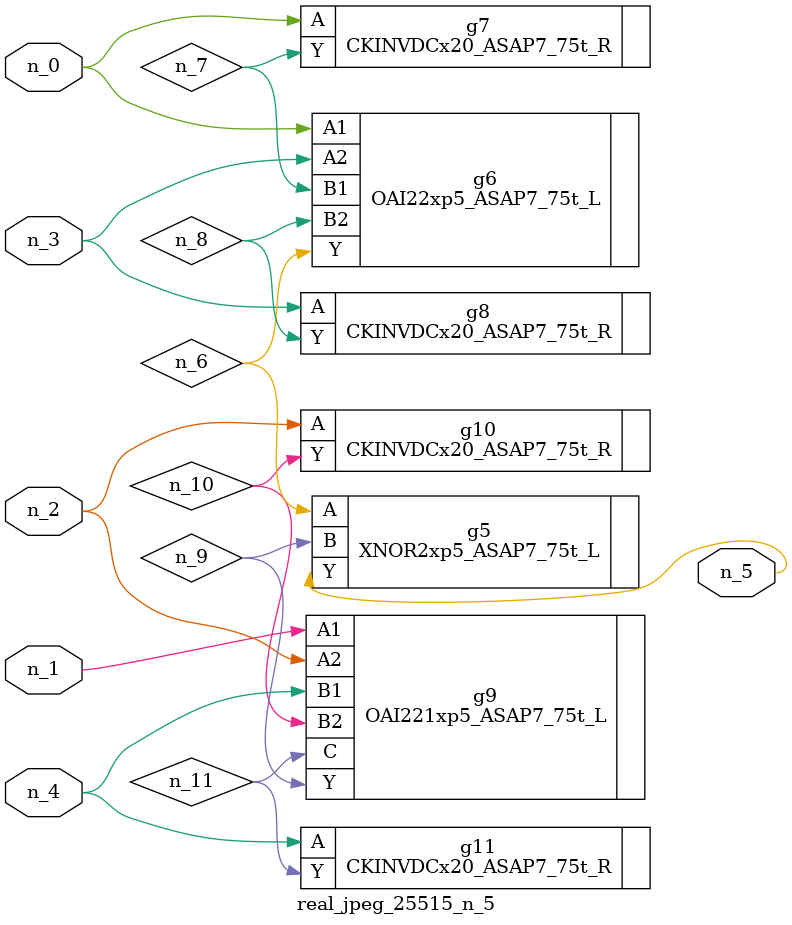
<source format=v>
module real_jpeg_25515_n_5 (n_4, n_0, n_1, n_2, n_3, n_5);

input n_4;
input n_0;
input n_1;
input n_2;
input n_3;

output n_5;

wire n_8;
wire n_11;
wire n_6;
wire n_7;
wire n_10;
wire n_9;

OAI22xp5_ASAP7_75t_L g6 ( 
.A1(n_0),
.A2(n_3),
.B1(n_7),
.B2(n_8),
.Y(n_6)
);

CKINVDCx20_ASAP7_75t_R g7 ( 
.A(n_0),
.Y(n_7)
);

OAI221xp5_ASAP7_75t_L g9 ( 
.A1(n_1),
.A2(n_2),
.B1(n_4),
.B2(n_10),
.C(n_11),
.Y(n_9)
);

CKINVDCx20_ASAP7_75t_R g10 ( 
.A(n_2),
.Y(n_10)
);

CKINVDCx20_ASAP7_75t_R g8 ( 
.A(n_3),
.Y(n_8)
);

CKINVDCx20_ASAP7_75t_R g11 ( 
.A(n_4),
.Y(n_11)
);

XNOR2xp5_ASAP7_75t_L g5 ( 
.A(n_6),
.B(n_9),
.Y(n_5)
);


endmodule
</source>
